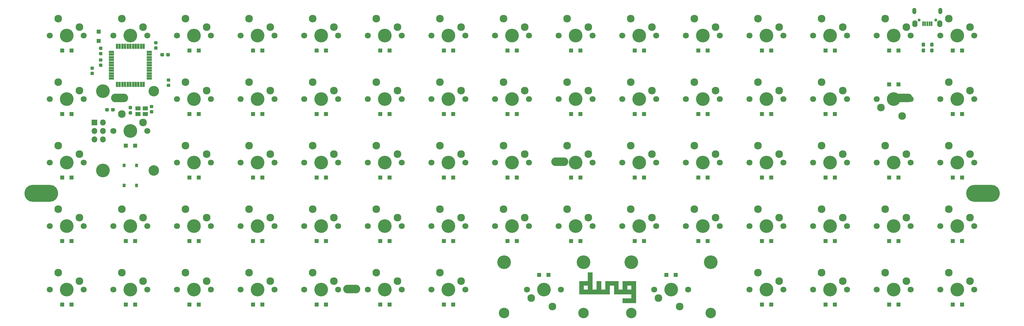
<source format=gbr>
%TF.GenerationSoftware,KiCad,Pcbnew,5.1.6*%
%TF.CreationDate,2020-06-07T21:01:59+02:00*%
%TF.ProjectId,DWZG60,44575a47-3630-42e6-9b69-6361645f7063,1*%
%TF.SameCoordinates,Original*%
%TF.FileFunction,Soldermask,Top*%
%TF.FilePolarity,Negative*%
%FSLAX46Y46*%
G04 Gerber Fmt 4.6, Leading zero omitted, Abs format (unit mm)*
G04 Created by KiCad (PCBNEW 5.1.6) date 2020-06-07 21:01:59*
%MOMM*%
%LPD*%
G01*
G04 APERTURE LIST*
%ADD10C,0.010000*%
%ADD11R,1.500000X1.300000*%
%ADD12C,1.800000*%
%ADD13C,4.100000*%
%ADD14C,2.300000*%
%ADD15C,3.150000*%
%ADD16O,5.100000X2.600000*%
%ADD17O,10.100000X5.100000*%
%ADD18R,1.600000X0.650000*%
%ADD19R,0.650000X1.600000*%
%ADD20R,0.550000X1.400000*%
%ADD21O,1.550000X2.100000*%
%ADD22O,1.250000X1.900000*%
%ADD23O,0.900000X0.900000*%
%ADD24R,1.800000X1.800000*%
%ADD25O,1.800000X1.800000*%
%ADD26R,1.200000X1.200000*%
%ADD27R,0.850000X1.100000*%
G04 APERTURE END LIST*
D10*
%TO.C,G\u002A\u002A\u002A*%
G36*
X216509933Y-205388467D02*
G01*
X217813800Y-205388467D01*
X217813800Y-202797667D01*
X219117667Y-202797667D01*
X219117667Y-205388467D01*
X220421533Y-205388467D01*
X220421533Y-202797667D01*
X224316200Y-202797667D01*
X224316200Y-205388467D01*
X225620067Y-205388467D01*
X225620067Y-204101533D01*
X226923933Y-204101533D01*
X226923933Y-205388467D01*
X228227800Y-205388467D01*
X228227800Y-204101533D01*
X226923933Y-204101533D01*
X225620067Y-204101533D01*
X225620067Y-202797667D01*
X229531667Y-202797667D01*
X229531667Y-209300067D01*
X225620067Y-209300067D01*
X225620067Y-207996200D01*
X228227800Y-207996200D01*
X228227800Y-206692334D01*
X223012334Y-206692334D01*
X223012334Y-204101533D01*
X221725400Y-204101533D01*
X221725400Y-206692334D01*
X212598334Y-206692334D01*
X212598334Y-204101533D01*
X213902200Y-204101533D01*
X213902200Y-205388467D01*
X215206067Y-205388467D01*
X215206067Y-204101533D01*
X213902200Y-204101533D01*
X212598334Y-204101533D01*
X212598334Y-202797667D01*
X215206067Y-202797667D01*
X215206067Y-200189934D01*
X216509933Y-200189934D01*
X216509933Y-205388467D01*
G37*
X216509933Y-205388467D02*
X217813800Y-205388467D01*
X217813800Y-202797667D01*
X219117667Y-202797667D01*
X219117667Y-205388467D01*
X220421533Y-205388467D01*
X220421533Y-202797667D01*
X224316200Y-202797667D01*
X224316200Y-205388467D01*
X225620067Y-205388467D01*
X225620067Y-204101533D01*
X226923933Y-204101533D01*
X226923933Y-205388467D01*
X228227800Y-205388467D01*
X228227800Y-204101533D01*
X226923933Y-204101533D01*
X225620067Y-204101533D01*
X225620067Y-202797667D01*
X229531667Y-202797667D01*
X229531667Y-209300067D01*
X225620067Y-209300067D01*
X225620067Y-207996200D01*
X228227800Y-207996200D01*
X228227800Y-206692334D01*
X223012334Y-206692334D01*
X223012334Y-204101533D01*
X221725400Y-204101533D01*
X221725400Y-206692334D01*
X212598334Y-206692334D01*
X212598334Y-204101533D01*
X213902200Y-204101533D01*
X213902200Y-205388467D01*
X215206067Y-205388467D01*
X215206067Y-204101533D01*
X213902200Y-204101533D01*
X212598334Y-204101533D01*
X212598334Y-202797667D01*
X215206067Y-202797667D01*
X215206067Y-200189934D01*
X216509933Y-200189934D01*
X216509933Y-205388467D01*
%TD*%
D11*
%TO.C,Y1*%
X82635000Y-150975000D03*
X80435000Y-150975000D03*
X80435000Y-152675000D03*
X82635000Y-152675000D03*
%TD*%
D12*
%TO.C,SW28*%
X92160000Y-148230000D03*
X102320000Y-148230000D03*
D13*
X97240000Y-148230000D03*
D14*
X101050000Y-145690000D03*
X94700000Y-143150000D03*
%TD*%
%TO.C,SW43*%
X75640000Y-152690000D03*
X81990000Y-155230000D03*
D13*
X78180000Y-157770000D03*
D12*
X83260000Y-157770000D03*
X73100000Y-157770000D03*
D13*
X69940000Y-145870000D03*
X69940000Y-169670000D03*
D15*
X85180000Y-169670000D03*
X85180000Y-145870000D03*
%TD*%
D16*
%TO.C,REF\u002A\u002A*%
X74950000Y-147900000D03*
%TD*%
D12*
%TO.C,SW46*%
X301710000Y-186330000D03*
X311870000Y-186330000D03*
D13*
X306790000Y-186330000D03*
D14*
X310600000Y-183790000D03*
X304250000Y-181250000D03*
%TD*%
D12*
%TO.C,SW25*%
X149310000Y-148230000D03*
X159470000Y-148230000D03*
D13*
X154390000Y-148230000D03*
D14*
X158200000Y-145690000D03*
X151850000Y-143150000D03*
%TD*%
D12*
%TO.C,SW70*%
X92160000Y-205380000D03*
X102320000Y-205380000D03*
D13*
X97240000Y-205380000D03*
D14*
X101050000Y-202840000D03*
X94700000Y-200300000D03*
%TD*%
%TO.C,SW29*%
X56600000Y-143150000D03*
X62950000Y-145690000D03*
D13*
X59140000Y-148230000D03*
D12*
X64220000Y-148230000D03*
X54060000Y-148230000D03*
%TD*%
D14*
%TO.C,SW15*%
X56600000Y-124100000D03*
X62950000Y-126640000D03*
D13*
X59140000Y-129180000D03*
D12*
X64220000Y-129180000D03*
X54060000Y-129180000D03*
%TD*%
%TO.C,SW38*%
X168360000Y-167280000D03*
X178520000Y-167280000D03*
D13*
X173440000Y-167280000D03*
D14*
X177250000Y-164740000D03*
X170900000Y-162200000D03*
%TD*%
%TO.C,SW24*%
X170900000Y-143150000D03*
X177250000Y-145690000D03*
D13*
X173440000Y-148230000D03*
D12*
X178520000Y-148230000D03*
X168360000Y-148230000D03*
%TD*%
D14*
%TO.C,SW61*%
X304250000Y-200300000D03*
X310600000Y-202840000D03*
D13*
X306790000Y-205380000D03*
D12*
X311870000Y-205380000D03*
X301710000Y-205380000D03*
%TD*%
D14*
%TO.C,SW31*%
X304250000Y-162200000D03*
X310600000Y-164740000D03*
D13*
X306790000Y-167280000D03*
D12*
X311870000Y-167280000D03*
X301710000Y-167280000D03*
%TD*%
D14*
%TO.C,SW17*%
X309330000Y-153310000D03*
X302980000Y-150770000D03*
D13*
X306790000Y-148230000D03*
D12*
X301710000Y-148230000D03*
X311870000Y-148230000D03*
%TD*%
D14*
%TO.C,SW2*%
X304250000Y-124100000D03*
X310600000Y-126640000D03*
D13*
X306790000Y-129180000D03*
D12*
X311870000Y-129180000D03*
X301710000Y-129180000D03*
%TD*%
%TO.C,SW4*%
X263610000Y-129180000D03*
X273770000Y-129180000D03*
D13*
X268690000Y-129180000D03*
D14*
X272500000Y-126640000D03*
X266150000Y-124100000D03*
%TD*%
D12*
%TO.C,SW34*%
X244560000Y-167280000D03*
X254720000Y-167280000D03*
D13*
X249640000Y-167280000D03*
D14*
X253450000Y-164740000D03*
X247100000Y-162200000D03*
%TD*%
D12*
%TO.C,SW5*%
X244560000Y-129180000D03*
X254720000Y-129180000D03*
D13*
X249640000Y-129180000D03*
D14*
X253450000Y-126640000D03*
X247100000Y-124100000D03*
%TD*%
%TO.C,SW37*%
X189950000Y-162200000D03*
X196300000Y-164740000D03*
D13*
X192490000Y-167280000D03*
D12*
X197570000Y-167280000D03*
X187410000Y-167280000D03*
%TD*%
%TO.C,SW66*%
X168360000Y-205380000D03*
X178520000Y-205380000D03*
D13*
X173440000Y-205380000D03*
D14*
X177250000Y-202840000D03*
X170900000Y-200300000D03*
%TD*%
D12*
%TO.C,SW67*%
X149310000Y-205380000D03*
X159470000Y-205380000D03*
D13*
X154390000Y-205380000D03*
D14*
X158200000Y-202840000D03*
X151850000Y-200300000D03*
%TD*%
D12*
%TO.C,SW42*%
X92160000Y-167280000D03*
X102320000Y-167280000D03*
D13*
X97240000Y-167280000D03*
D14*
X101050000Y-164740000D03*
X94700000Y-162200000D03*
%TD*%
%TO.C,SW12*%
X113750000Y-124100000D03*
X120100000Y-126640000D03*
D13*
X116290000Y-129180000D03*
D12*
X121370000Y-129180000D03*
X111210000Y-129180000D03*
%TD*%
D14*
%TO.C,SW71*%
X75650000Y-200300000D03*
X82000000Y-202840000D03*
D13*
X78190000Y-205380000D03*
D12*
X83270000Y-205380000D03*
X73110000Y-205380000D03*
%TD*%
%TO.C,SW72*%
X54060000Y-205380000D03*
X64220000Y-205380000D03*
D13*
X59140000Y-205380000D03*
D14*
X62950000Y-202840000D03*
X56600000Y-200300000D03*
%TD*%
%TO.C,SW59*%
X56600000Y-181250000D03*
X62950000Y-183790000D03*
D13*
X59140000Y-186330000D03*
D12*
X64220000Y-186330000D03*
X54060000Y-186330000D03*
%TD*%
D17*
%TO.C,REF\u002A\u002A*%
X333500000Y-176500000D03*
%TD*%
%TO.C,REF\u002A\u002A*%
X51500000Y-176500000D03*
%TD*%
D16*
%TO.C,REF\u002A\u002A*%
X309800000Y-147900000D03*
%TD*%
%TO.C,REF\u002A\u002A*%
X206800000Y-167000000D03*
%TD*%
%TO.C,REF\u002A\u002A*%
X144500000Y-205200000D03*
%TD*%
D18*
%TO.C,U1*%
X72490000Y-134070000D03*
X72490000Y-134870000D03*
X72490000Y-135670000D03*
X72490000Y-136470000D03*
X72490000Y-137270000D03*
X72490000Y-138070000D03*
X72490000Y-138870000D03*
X72490000Y-139670000D03*
X72490000Y-140470000D03*
X72490000Y-141270000D03*
X72490000Y-142070000D03*
D19*
X74190000Y-143770000D03*
X74990000Y-143770000D03*
X75790000Y-143770000D03*
X76590000Y-143770000D03*
X77390000Y-143770000D03*
X78190000Y-143770000D03*
X78990000Y-143770000D03*
X79790000Y-143770000D03*
X80590000Y-143770000D03*
X81390000Y-143770000D03*
X82190000Y-143770000D03*
D18*
X83890000Y-142070000D03*
X83890000Y-141270000D03*
X83890000Y-140470000D03*
X83890000Y-139670000D03*
X83890000Y-138870000D03*
X83890000Y-138070000D03*
X83890000Y-137270000D03*
X83890000Y-136470000D03*
X83890000Y-135670000D03*
X83890000Y-134870000D03*
X83890000Y-134070000D03*
D19*
X82190000Y-132370000D03*
X81390000Y-132370000D03*
X80590000Y-132370000D03*
X79790000Y-132370000D03*
X78990000Y-132370000D03*
X78190000Y-132370000D03*
X77390000Y-132370000D03*
X76590000Y-132370000D03*
X75790000Y-132370000D03*
X74990000Y-132370000D03*
X74190000Y-132370000D03*
%TD*%
D12*
%TO.C,SW36*%
X206460000Y-167280000D03*
X216620000Y-167280000D03*
D13*
X211540000Y-167280000D03*
D14*
X215350000Y-164740000D03*
X209000000Y-162200000D03*
%TD*%
D15*
%TO.C,SW65*%
X213915000Y-212380000D03*
X190115000Y-212380000D03*
D13*
X190115000Y-197140000D03*
X213915000Y-197140000D03*
D12*
X207095000Y-205380000D03*
X196935000Y-205380000D03*
D13*
X202015000Y-205380000D03*
D14*
X198205000Y-207920000D03*
X204555000Y-210460000D03*
%TD*%
D15*
%TO.C,SW64*%
X252015000Y-212380000D03*
X228215000Y-212380000D03*
D13*
X228215000Y-197140000D03*
X252015000Y-197140000D03*
D12*
X245195000Y-205380000D03*
X235035000Y-205380000D03*
D13*
X240115000Y-205380000D03*
D14*
X236305000Y-207920000D03*
X242655000Y-210460000D03*
%TD*%
D12*
%TO.C,SW1*%
X320760000Y-129180000D03*
X330920000Y-129180000D03*
D13*
X325840000Y-129180000D03*
D14*
X329650000Y-126640000D03*
X323300000Y-124100000D03*
%TD*%
%TO.C,SW14*%
X75650000Y-124100000D03*
X82000000Y-126640000D03*
D13*
X78190000Y-129180000D03*
D12*
X83270000Y-129180000D03*
X73110000Y-129180000D03*
%TD*%
%TO.C,SW60*%
X320760000Y-205380000D03*
X330920000Y-205380000D03*
D13*
X325840000Y-205380000D03*
D14*
X329650000Y-202840000D03*
X323300000Y-200300000D03*
%TD*%
%TO.C,R1*%
G36*
G01*
X317957500Y-131300000D02*
X318482500Y-131300000D01*
G75*
G02*
X318745000Y-131562500I0J-262500D01*
G01*
X318745000Y-132187500D01*
G75*
G02*
X318482500Y-132450000I-262500J0D01*
G01*
X317957500Y-132450000D01*
G75*
G02*
X317695000Y-132187500I0J262500D01*
G01*
X317695000Y-131562500D01*
G75*
G02*
X317957500Y-131300000I262500J0D01*
G01*
G37*
G36*
G01*
X317957500Y-133050000D02*
X318482500Y-133050000D01*
G75*
G02*
X318745000Y-133312500I0J-262500D01*
G01*
X318745000Y-133937500D01*
G75*
G02*
X318482500Y-134200000I-262500J0D01*
G01*
X317957500Y-134200000D01*
G75*
G02*
X317695000Y-133937500I0J262500D01*
G01*
X317695000Y-133312500D01*
G75*
G02*
X317957500Y-133050000I262500J0D01*
G01*
G37*
%TD*%
%TO.C,R2*%
G36*
G01*
X315417500Y-133050000D02*
X315942500Y-133050000D01*
G75*
G02*
X316205000Y-133312500I0J-262500D01*
G01*
X316205000Y-133937500D01*
G75*
G02*
X315942500Y-134200000I-262500J0D01*
G01*
X315417500Y-134200000D01*
G75*
G02*
X315155000Y-133937500I0J262500D01*
G01*
X315155000Y-133312500D01*
G75*
G02*
X315417500Y-133050000I262500J0D01*
G01*
G37*
G36*
G01*
X315417500Y-131300000D02*
X315942500Y-131300000D01*
G75*
G02*
X316205000Y-131562500I0J-262500D01*
G01*
X316205000Y-132187500D01*
G75*
G02*
X315942500Y-132450000I-262500J0D01*
G01*
X315417500Y-132450000D01*
G75*
G02*
X315155000Y-132187500I0J262500D01*
G01*
X315155000Y-131562500D01*
G75*
G02*
X315417500Y-131300000I262500J0D01*
G01*
G37*
%TD*%
%TO.C,R4*%
G36*
G01*
X70630000Y-151667500D02*
X70630000Y-151142500D01*
G75*
G02*
X70892500Y-150880000I262500J0D01*
G01*
X71517500Y-150880000D01*
G75*
G02*
X71780000Y-151142500I0J-262500D01*
G01*
X71780000Y-151667500D01*
G75*
G02*
X71517500Y-151930000I-262500J0D01*
G01*
X70892500Y-151930000D01*
G75*
G02*
X70630000Y-151667500I0J262500D01*
G01*
G37*
G36*
G01*
X72380000Y-151667500D02*
X72380000Y-151142500D01*
G75*
G02*
X72642500Y-150880000I262500J0D01*
G01*
X73267500Y-150880000D01*
G75*
G02*
X73530000Y-151142500I0J-262500D01*
G01*
X73530000Y-151667500D01*
G75*
G02*
X73267500Y-151930000I-262500J0D01*
G01*
X72642500Y-151930000D01*
G75*
G02*
X72380000Y-151667500I0J262500D01*
G01*
G37*
%TD*%
D12*
%TO.C,SW3*%
X282660000Y-129180000D03*
X292820000Y-129180000D03*
D13*
X287740000Y-129180000D03*
D14*
X291550000Y-126640000D03*
X285200000Y-124100000D03*
%TD*%
D12*
%TO.C,SW6*%
X225510000Y-129180000D03*
X235670000Y-129180000D03*
D13*
X230590000Y-129180000D03*
D14*
X234400000Y-126640000D03*
X228050000Y-124100000D03*
%TD*%
D12*
%TO.C,SW7*%
X206460000Y-129180000D03*
X216620000Y-129180000D03*
D13*
X211540000Y-129180000D03*
D14*
X215350000Y-126640000D03*
X209000000Y-124100000D03*
%TD*%
%TO.C,SW8*%
X189950000Y-124100000D03*
X196300000Y-126640000D03*
D13*
X192490000Y-129180000D03*
D12*
X197570000Y-129180000D03*
X187410000Y-129180000D03*
%TD*%
%TO.C,SW9*%
X168360000Y-129180000D03*
X178520000Y-129180000D03*
D13*
X173440000Y-129180000D03*
D14*
X177250000Y-126640000D03*
X170900000Y-124100000D03*
%TD*%
%TO.C,SW10*%
X151850000Y-124100000D03*
X158200000Y-126640000D03*
D13*
X154390000Y-129180000D03*
D12*
X159470000Y-129180000D03*
X149310000Y-129180000D03*
%TD*%
D14*
%TO.C,SW11*%
X132800000Y-124100000D03*
X139150000Y-126640000D03*
D13*
X135340000Y-129180000D03*
D12*
X140420000Y-129180000D03*
X130260000Y-129180000D03*
%TD*%
%TO.C,SW13*%
X92160000Y-129180000D03*
X102320000Y-129180000D03*
D13*
X97240000Y-129180000D03*
D14*
X101050000Y-126640000D03*
X94700000Y-124100000D03*
%TD*%
%TO.C,SW16*%
X323300000Y-143150000D03*
X329650000Y-145690000D03*
D13*
X325840000Y-148230000D03*
D12*
X330920000Y-148230000D03*
X320760000Y-148230000D03*
%TD*%
D14*
%TO.C,SW18*%
X285200000Y-143150000D03*
X291550000Y-145690000D03*
D13*
X287740000Y-148230000D03*
D12*
X292820000Y-148230000D03*
X282660000Y-148230000D03*
%TD*%
D14*
%TO.C,SW19*%
X266150000Y-143150000D03*
X272500000Y-145690000D03*
D13*
X268690000Y-148230000D03*
D12*
X273770000Y-148230000D03*
X263610000Y-148230000D03*
%TD*%
D14*
%TO.C,SW20*%
X247100000Y-143150000D03*
X253450000Y-145690000D03*
D13*
X249640000Y-148230000D03*
D12*
X254720000Y-148230000D03*
X244560000Y-148230000D03*
%TD*%
D14*
%TO.C,SW21*%
X228050000Y-143150000D03*
X234400000Y-145690000D03*
D13*
X230590000Y-148230000D03*
D12*
X235670000Y-148230000D03*
X225510000Y-148230000D03*
%TD*%
D14*
%TO.C,SW22*%
X209000000Y-143150000D03*
X215350000Y-145690000D03*
D13*
X211540000Y-148230000D03*
D12*
X216620000Y-148230000D03*
X206460000Y-148230000D03*
%TD*%
%TO.C,SW23*%
X187410000Y-148230000D03*
X197570000Y-148230000D03*
D13*
X192490000Y-148230000D03*
D14*
X196300000Y-145690000D03*
X189950000Y-143150000D03*
%TD*%
%TO.C,SW26*%
X132800000Y-143150000D03*
X139150000Y-145690000D03*
D13*
X135340000Y-148230000D03*
D12*
X140420000Y-148230000D03*
X130260000Y-148230000D03*
%TD*%
%TO.C,SW27*%
X111210000Y-148230000D03*
X121370000Y-148230000D03*
D13*
X116290000Y-148230000D03*
D14*
X120100000Y-145690000D03*
X113750000Y-143150000D03*
%TD*%
D12*
%TO.C,SW30*%
X320760000Y-167280000D03*
X330920000Y-167280000D03*
D13*
X325840000Y-167280000D03*
D14*
X329650000Y-164740000D03*
X323300000Y-162200000D03*
%TD*%
D12*
%TO.C,SW32*%
X282660000Y-167280000D03*
X292820000Y-167280000D03*
D13*
X287740000Y-167280000D03*
D14*
X291550000Y-164740000D03*
X285200000Y-162200000D03*
%TD*%
%TO.C,SW33*%
X266150000Y-162200000D03*
X272500000Y-164740000D03*
D13*
X268690000Y-167280000D03*
D12*
X273770000Y-167280000D03*
X263610000Y-167280000D03*
%TD*%
%TO.C,SW35*%
X225510000Y-167280000D03*
X235670000Y-167280000D03*
D13*
X230590000Y-167280000D03*
D14*
X234400000Y-164740000D03*
X228050000Y-162200000D03*
%TD*%
%TO.C,SW39*%
X151850000Y-162200000D03*
X158200000Y-164740000D03*
D13*
X154390000Y-167280000D03*
D12*
X159470000Y-167280000D03*
X149310000Y-167280000D03*
%TD*%
%TO.C,SW40*%
X130260000Y-167280000D03*
X140420000Y-167280000D03*
D13*
X135340000Y-167280000D03*
D14*
X139150000Y-164740000D03*
X132800000Y-162200000D03*
%TD*%
%TO.C,SW41*%
X113750000Y-162200000D03*
X120100000Y-164740000D03*
D13*
X116290000Y-167280000D03*
D12*
X121370000Y-167280000D03*
X111210000Y-167280000D03*
%TD*%
%TO.C,SW44*%
X54060000Y-167280000D03*
X64220000Y-167280000D03*
D13*
X59140000Y-167280000D03*
D14*
X62950000Y-164740000D03*
X56600000Y-162200000D03*
%TD*%
%TO.C,SW45*%
X323300000Y-181250000D03*
X329650000Y-183790000D03*
D13*
X325840000Y-186330000D03*
D12*
X330920000Y-186330000D03*
X320760000Y-186330000D03*
%TD*%
D14*
%TO.C,SW47*%
X285200000Y-181250000D03*
X291550000Y-183790000D03*
D13*
X287740000Y-186330000D03*
D12*
X292820000Y-186330000D03*
X282660000Y-186330000D03*
%TD*%
%TO.C,SW48*%
X263610000Y-186330000D03*
X273770000Y-186330000D03*
D13*
X268690000Y-186330000D03*
D14*
X272500000Y-183790000D03*
X266150000Y-181250000D03*
%TD*%
%TO.C,SW49*%
X247100000Y-181250000D03*
X253450000Y-183790000D03*
D13*
X249640000Y-186330000D03*
D12*
X254720000Y-186330000D03*
X244560000Y-186330000D03*
%TD*%
D14*
%TO.C,SW50*%
X228050000Y-181250000D03*
X234400000Y-183790000D03*
D13*
X230590000Y-186330000D03*
D12*
X235670000Y-186330000D03*
X225510000Y-186330000D03*
%TD*%
D14*
%TO.C,SW51*%
X209000000Y-181250000D03*
X215350000Y-183790000D03*
D13*
X211540000Y-186330000D03*
D12*
X216620000Y-186330000D03*
X206460000Y-186330000D03*
%TD*%
D14*
%TO.C,SW52*%
X189950000Y-181250000D03*
X196300000Y-183790000D03*
D13*
X192490000Y-186330000D03*
D12*
X197570000Y-186330000D03*
X187410000Y-186330000D03*
%TD*%
D14*
%TO.C,SW53*%
X170900000Y-181250000D03*
X177250000Y-183790000D03*
D13*
X173440000Y-186330000D03*
D12*
X178520000Y-186330000D03*
X168360000Y-186330000D03*
%TD*%
%TO.C,SW54*%
X149310000Y-186330000D03*
X159470000Y-186330000D03*
D13*
X154390000Y-186330000D03*
D14*
X158200000Y-183790000D03*
X151850000Y-181250000D03*
%TD*%
%TO.C,SW55*%
X132800000Y-181250000D03*
X139150000Y-183790000D03*
D13*
X135340000Y-186330000D03*
D12*
X140420000Y-186330000D03*
X130260000Y-186330000D03*
%TD*%
%TO.C,SW56*%
X111210000Y-186330000D03*
X121370000Y-186330000D03*
D13*
X116290000Y-186330000D03*
D14*
X120100000Y-183790000D03*
X113750000Y-181250000D03*
%TD*%
%TO.C,SW57*%
X94700000Y-181250000D03*
X101050000Y-183790000D03*
D13*
X97240000Y-186330000D03*
D12*
X102320000Y-186330000D03*
X92160000Y-186330000D03*
%TD*%
%TO.C,SW58*%
X73110000Y-186330000D03*
X83270000Y-186330000D03*
D13*
X78190000Y-186330000D03*
D14*
X82000000Y-183790000D03*
X75650000Y-181250000D03*
%TD*%
D12*
%TO.C,SW62*%
X282660000Y-205380000D03*
X292820000Y-205380000D03*
D13*
X287740000Y-205380000D03*
D14*
X291550000Y-202840000D03*
X285200000Y-200300000D03*
%TD*%
D12*
%TO.C,SW63*%
X263610000Y-205380000D03*
X273770000Y-205380000D03*
D13*
X268690000Y-205380000D03*
D14*
X272500000Y-202840000D03*
X266150000Y-200300000D03*
%TD*%
D12*
%TO.C,SW68*%
X130260000Y-205380000D03*
X140420000Y-205380000D03*
D13*
X135340000Y-205380000D03*
D14*
X139150000Y-202840000D03*
X132800000Y-200300000D03*
%TD*%
%TO.C,SW69*%
X113750000Y-200300000D03*
X120100000Y-202840000D03*
D13*
X116290000Y-205380000D03*
D12*
X121370000Y-205380000D03*
X111210000Y-205380000D03*
%TD*%
D20*
%TO.C,J1*%
X318165000Y-125619000D03*
X317515000Y-125619000D03*
X316865000Y-125619000D03*
X316215000Y-125619000D03*
X315565000Y-125619000D03*
D21*
X320590000Y-125569000D03*
X313140000Y-125569000D03*
D22*
X320740000Y-121769000D03*
X312990000Y-121769000D03*
D23*
X319365000Y-124519000D03*
X314365000Y-124519000D03*
%TD*%
D24*
%TO.C,J2*%
X67395000Y-155215000D03*
D25*
X69935000Y-155215000D03*
X67395000Y-157755000D03*
X69935000Y-157755000D03*
X67395000Y-160295000D03*
X69935000Y-160295000D03*
%TD*%
%TO.C,C1*%
G36*
G01*
X89338750Y-142027500D02*
X89901250Y-142027500D01*
G75*
G02*
X90145000Y-142271250I0J-243750D01*
G01*
X90145000Y-142758750D01*
G75*
G02*
X89901250Y-143002500I-243750J0D01*
G01*
X89338750Y-143002500D01*
G75*
G02*
X89095000Y-142758750I0J243750D01*
G01*
X89095000Y-142271250D01*
G75*
G02*
X89338750Y-142027500I243750J0D01*
G01*
G37*
G36*
G01*
X89338750Y-143602500D02*
X89901250Y-143602500D01*
G75*
G02*
X90145000Y-143846250I0J-243750D01*
G01*
X90145000Y-144333750D01*
G75*
G02*
X89901250Y-144577500I-243750J0D01*
G01*
X89338750Y-144577500D01*
G75*
G02*
X89095000Y-144333750I0J243750D01*
G01*
X89095000Y-143846250D01*
G75*
G02*
X89338750Y-143602500I243750J0D01*
G01*
G37*
%TD*%
%TO.C,C2*%
G36*
G01*
X69581250Y-135052500D02*
X69018750Y-135052500D01*
G75*
G02*
X68775000Y-134808750I0J243750D01*
G01*
X68775000Y-134321250D01*
G75*
G02*
X69018750Y-134077500I243750J0D01*
G01*
X69581250Y-134077500D01*
G75*
G02*
X69825000Y-134321250I0J-243750D01*
G01*
X69825000Y-134808750D01*
G75*
G02*
X69581250Y-135052500I-243750J0D01*
G01*
G37*
G36*
G01*
X69581250Y-133477500D02*
X69018750Y-133477500D01*
G75*
G02*
X68775000Y-133233750I0J243750D01*
G01*
X68775000Y-132746250D01*
G75*
G02*
X69018750Y-132502500I243750J0D01*
G01*
X69581250Y-132502500D01*
G75*
G02*
X69825000Y-132746250I0J-243750D01*
G01*
X69825000Y-133233750D01*
G75*
G02*
X69581250Y-133477500I-243750J0D01*
G01*
G37*
%TD*%
%TO.C,C3*%
G36*
G01*
X67041250Y-139435000D02*
X66478750Y-139435000D01*
G75*
G02*
X66235000Y-139191250I0J243750D01*
G01*
X66235000Y-138703750D01*
G75*
G02*
X66478750Y-138460000I243750J0D01*
G01*
X67041250Y-138460000D01*
G75*
G02*
X67285000Y-138703750I0J-243750D01*
G01*
X67285000Y-139191250D01*
G75*
G02*
X67041250Y-139435000I-243750J0D01*
G01*
G37*
G36*
G01*
X67041250Y-141010000D02*
X66478750Y-141010000D01*
G75*
G02*
X66235000Y-140766250I0J243750D01*
G01*
X66235000Y-140278750D01*
G75*
G02*
X66478750Y-140035000I243750J0D01*
G01*
X67041250Y-140035000D01*
G75*
G02*
X67285000Y-140278750I0J-243750D01*
G01*
X67285000Y-140766250D01*
G75*
G02*
X67041250Y-141010000I-243750J0D01*
G01*
G37*
%TD*%
%TO.C,C4*%
G36*
G01*
X86091250Y-131815000D02*
X85528750Y-131815000D01*
G75*
G02*
X85285000Y-131571250I0J243750D01*
G01*
X85285000Y-131083750D01*
G75*
G02*
X85528750Y-130840000I243750J0D01*
G01*
X86091250Y-130840000D01*
G75*
G02*
X86335000Y-131083750I0J-243750D01*
G01*
X86335000Y-131571250D01*
G75*
G02*
X86091250Y-131815000I-243750J0D01*
G01*
G37*
G36*
G01*
X86091250Y-133390000D02*
X85528750Y-133390000D01*
G75*
G02*
X85285000Y-133146250I0J243750D01*
G01*
X85285000Y-132658750D01*
G75*
G02*
X85528750Y-132415000I243750J0D01*
G01*
X86091250Y-132415000D01*
G75*
G02*
X86335000Y-132658750I0J-243750D01*
G01*
X86335000Y-133146250D01*
G75*
G02*
X86091250Y-133390000I-243750J0D01*
G01*
G37*
%TD*%
%TO.C,C5*%
G36*
G01*
X69581250Y-136982500D02*
X69018750Y-136982500D01*
G75*
G02*
X68775000Y-136738750I0J243750D01*
G01*
X68775000Y-136251250D01*
G75*
G02*
X69018750Y-136007500I243750J0D01*
G01*
X69581250Y-136007500D01*
G75*
G02*
X69825000Y-136251250I0J-243750D01*
G01*
X69825000Y-136738750D01*
G75*
G02*
X69581250Y-136982500I-243750J0D01*
G01*
G37*
G36*
G01*
X69581250Y-138557500D02*
X69018750Y-138557500D01*
G75*
G02*
X68775000Y-138313750I0J243750D01*
G01*
X68775000Y-137826250D01*
G75*
G02*
X69018750Y-137582500I243750J0D01*
G01*
X69581250Y-137582500D01*
G75*
G02*
X69825000Y-137826250I0J-243750D01*
G01*
X69825000Y-138313750D01*
G75*
G02*
X69581250Y-138557500I-243750J0D01*
G01*
G37*
%TD*%
%TO.C,C6*%
G36*
G01*
X78471250Y-152832500D02*
X77908750Y-152832500D01*
G75*
G02*
X77665000Y-152588750I0J243750D01*
G01*
X77665000Y-152101250D01*
G75*
G02*
X77908750Y-151857500I243750J0D01*
G01*
X78471250Y-151857500D01*
G75*
G02*
X78715000Y-152101250I0J-243750D01*
G01*
X78715000Y-152588750D01*
G75*
G02*
X78471250Y-152832500I-243750J0D01*
G01*
G37*
G36*
G01*
X78471250Y-151257500D02*
X77908750Y-151257500D01*
G75*
G02*
X77665000Y-151013750I0J243750D01*
G01*
X77665000Y-150526250D01*
G75*
G02*
X77908750Y-150282500I243750J0D01*
G01*
X78471250Y-150282500D01*
G75*
G02*
X78715000Y-150526250I0J-243750D01*
G01*
X78715000Y-151013750D01*
G75*
G02*
X78471250Y-151257500I-243750J0D01*
G01*
G37*
%TD*%
%TO.C,C7*%
G36*
G01*
X84258750Y-149977500D02*
X84821250Y-149977500D01*
G75*
G02*
X85065000Y-150221250I0J-243750D01*
G01*
X85065000Y-150708750D01*
G75*
G02*
X84821250Y-150952500I-243750J0D01*
G01*
X84258750Y-150952500D01*
G75*
G02*
X84015000Y-150708750I0J243750D01*
G01*
X84015000Y-150221250D01*
G75*
G02*
X84258750Y-149977500I243750J0D01*
G01*
G37*
G36*
G01*
X84258750Y-151552500D02*
X84821250Y-151552500D01*
G75*
G02*
X85065000Y-151796250I0J-243750D01*
G01*
X85065000Y-152283750D01*
G75*
G02*
X84821250Y-152527500I-243750J0D01*
G01*
X84258750Y-152527500D01*
G75*
G02*
X84015000Y-152283750I0J243750D01*
G01*
X84015000Y-151796250D01*
G75*
G02*
X84258750Y-151552500I243750J0D01*
G01*
G37*
%TD*%
D26*
%TO.C,D1*%
X324440000Y-133625000D03*
X327240000Y-133625000D03*
%TD*%
%TO.C,D2*%
X308190000Y-133625000D03*
X305390000Y-133625000D03*
%TD*%
%TO.C,D3*%
X286340000Y-133625000D03*
X289140000Y-133625000D03*
%TD*%
%TO.C,D4*%
X270090000Y-133625000D03*
X267290000Y-133625000D03*
%TD*%
%TO.C,D5*%
X251040000Y-133625000D03*
X248240000Y-133625000D03*
%TD*%
%TO.C,D6*%
X231990000Y-133625000D03*
X229190000Y-133625000D03*
%TD*%
%TO.C,D7*%
X210140000Y-133625000D03*
X212940000Y-133625000D03*
%TD*%
%TO.C,D8*%
X191090000Y-133625000D03*
X193890000Y-133625000D03*
%TD*%
%TO.C,D9*%
X174840000Y-133625000D03*
X172040000Y-133625000D03*
%TD*%
%TO.C,D10*%
X155790000Y-133625000D03*
X152990000Y-133625000D03*
%TD*%
%TO.C,D11*%
X136740000Y-133625000D03*
X133940000Y-133625000D03*
%TD*%
%TO.C,D12*%
X114890000Y-133625000D03*
X117690000Y-133625000D03*
%TD*%
%TO.C,D13*%
X98640000Y-133625000D03*
X95840000Y-133625000D03*
%TD*%
%TO.C,D14*%
X68665000Y-130735000D03*
X68665000Y-127935000D03*
%TD*%
%TO.C,D15*%
X57740000Y-133625000D03*
X60540000Y-133625000D03*
%TD*%
%TO.C,D16*%
X327240000Y-152675000D03*
X324440000Y-152675000D03*
%TD*%
%TO.C,D17*%
X308190000Y-143785000D03*
X305390000Y-143785000D03*
%TD*%
%TO.C,D18*%
X289140000Y-152675000D03*
X286340000Y-152675000D03*
%TD*%
%TO.C,D19*%
X267290000Y-152675000D03*
X270090000Y-152675000D03*
%TD*%
%TO.C,D20*%
X248240000Y-152675000D03*
X251040000Y-152675000D03*
%TD*%
%TO.C,D21*%
X229190000Y-152675000D03*
X231990000Y-152675000D03*
%TD*%
%TO.C,D22*%
X212940000Y-152675000D03*
X210140000Y-152675000D03*
%TD*%
%TO.C,D23*%
X193890000Y-152675000D03*
X191090000Y-152675000D03*
%TD*%
%TO.C,D24*%
X174840000Y-152675000D03*
X172040000Y-152675000D03*
%TD*%
%TO.C,D25*%
X152990000Y-152675000D03*
X155790000Y-152675000D03*
%TD*%
%TO.C,D26*%
X133940000Y-152675000D03*
X136740000Y-152675000D03*
%TD*%
%TO.C,D27*%
X117690000Y-152675000D03*
X114890000Y-152675000D03*
%TD*%
%TO.C,D28*%
X95840000Y-152675000D03*
X98640000Y-152675000D03*
%TD*%
%TO.C,D29*%
X60540000Y-152675000D03*
X57740000Y-152675000D03*
%TD*%
%TO.C,D30*%
X324440000Y-171725000D03*
X327240000Y-171725000D03*
%TD*%
%TO.C,D31*%
X308190000Y-171725000D03*
X305390000Y-171725000D03*
%TD*%
%TO.C,D32*%
X286340000Y-171725000D03*
X289140000Y-171725000D03*
%TD*%
%TO.C,D33*%
X270090000Y-171725000D03*
X267290000Y-171725000D03*
%TD*%
%TO.C,D34*%
X251040000Y-171725000D03*
X248240000Y-171725000D03*
%TD*%
%TO.C,D35*%
X231990000Y-171725000D03*
X229190000Y-171725000D03*
%TD*%
%TO.C,D36*%
X210140000Y-171725000D03*
X212940000Y-171725000D03*
%TD*%
%TO.C,D37*%
X191090000Y-171725000D03*
X193890000Y-171725000D03*
%TD*%
%TO.C,D38*%
X172040000Y-171725000D03*
X174840000Y-171725000D03*
%TD*%
%TO.C,D39*%
X155790000Y-171725000D03*
X152990000Y-171725000D03*
%TD*%
%TO.C,D40*%
X136740000Y-171725000D03*
X133940000Y-171725000D03*
%TD*%
%TO.C,D41*%
X117690000Y-171725000D03*
X114890000Y-171725000D03*
%TD*%
%TO.C,D42*%
X98640000Y-171725000D03*
X95840000Y-171725000D03*
%TD*%
%TO.C,D43*%
X76790000Y-162200000D03*
X79590000Y-162200000D03*
%TD*%
%TO.C,D44*%
X57740000Y-171725000D03*
X60540000Y-171725000D03*
%TD*%
%TO.C,D45*%
X327240000Y-190775000D03*
X324440000Y-190775000D03*
%TD*%
%TO.C,D46*%
X305390000Y-190775000D03*
X308190000Y-190775000D03*
%TD*%
%TO.C,D47*%
X289140000Y-190775000D03*
X286340000Y-190775000D03*
%TD*%
%TO.C,D48*%
X267290000Y-190775000D03*
X270090000Y-190775000D03*
%TD*%
%TO.C,D49*%
X248240000Y-190775000D03*
X251040000Y-190775000D03*
%TD*%
%TO.C,D50*%
X229190000Y-190775000D03*
X231990000Y-190775000D03*
%TD*%
%TO.C,D51*%
X212940000Y-190775000D03*
X210140000Y-190775000D03*
%TD*%
%TO.C,D52*%
X193890000Y-190775000D03*
X191090000Y-190775000D03*
%TD*%
%TO.C,D53*%
X172040000Y-190775000D03*
X174840000Y-190775000D03*
%TD*%
%TO.C,D54*%
X152990000Y-190775000D03*
X155790000Y-190775000D03*
%TD*%
%TO.C,D55*%
X136740000Y-190775000D03*
X133940000Y-190775000D03*
%TD*%
%TO.C,D56*%
X114890000Y-190775000D03*
X117690000Y-190775000D03*
%TD*%
%TO.C,D57*%
X95840000Y-190775000D03*
X98640000Y-190775000D03*
%TD*%
%TO.C,D58*%
X79590000Y-190775000D03*
X76790000Y-190775000D03*
%TD*%
%TO.C,D59*%
X60540000Y-190775000D03*
X57740000Y-190775000D03*
%TD*%
%TO.C,D60*%
X324440000Y-209825000D03*
X327240000Y-209825000D03*
%TD*%
%TO.C,D61*%
X308190000Y-209825000D03*
X305390000Y-209825000D03*
%TD*%
%TO.C,D62*%
X286340000Y-209825000D03*
X289140000Y-209825000D03*
%TD*%
%TO.C,D63*%
X270090000Y-209825000D03*
X267290000Y-209825000D03*
%TD*%
%TO.C,D64*%
X241515000Y-200935000D03*
X238715000Y-200935000D03*
%TD*%
%TO.C,D65*%
X203415000Y-200935000D03*
X200615000Y-200935000D03*
%TD*%
%TO.C,D66*%
X174840000Y-209825000D03*
X172040000Y-209825000D03*
%TD*%
%TO.C,D67*%
X155790000Y-209825000D03*
X152990000Y-209825000D03*
%TD*%
%TO.C,D68*%
X133940000Y-209825000D03*
X136740000Y-209825000D03*
%TD*%
%TO.C,D69*%
X114890000Y-209825000D03*
X117690000Y-209825000D03*
%TD*%
%TO.C,D70*%
X98640000Y-209825000D03*
X95840000Y-209825000D03*
%TD*%
%TO.C,D71*%
X76790000Y-209825000D03*
X79590000Y-209825000D03*
%TD*%
%TO.C,D72*%
X57740000Y-209825000D03*
X60540000Y-209825000D03*
%TD*%
%TO.C,R3*%
G36*
G01*
X90040000Y-134632500D02*
X90040000Y-135157500D01*
G75*
G02*
X89777500Y-135420000I-262500J0D01*
G01*
X89152500Y-135420000D01*
G75*
G02*
X88890000Y-135157500I0J262500D01*
G01*
X88890000Y-134632500D01*
G75*
G02*
X89152500Y-134370000I262500J0D01*
G01*
X89777500Y-134370000D01*
G75*
G02*
X90040000Y-134632500I0J-262500D01*
G01*
G37*
G36*
G01*
X88290000Y-134632500D02*
X88290000Y-135157500D01*
G75*
G02*
X88027500Y-135420000I-262500J0D01*
G01*
X87402500Y-135420000D01*
G75*
G02*
X87140000Y-135157500I0J262500D01*
G01*
X87140000Y-134632500D01*
G75*
G02*
X87402500Y-134370000I262500J0D01*
G01*
X88027500Y-134370000D01*
G75*
G02*
X88290000Y-134632500I0J-262500D01*
G01*
G37*
%TD*%
D27*
%TO.C,SW73*%
X80065000Y-174090000D03*
X76315000Y-174090000D03*
X76315000Y-168090000D03*
X80065000Y-168090000D03*
%TD*%
M02*

</source>
